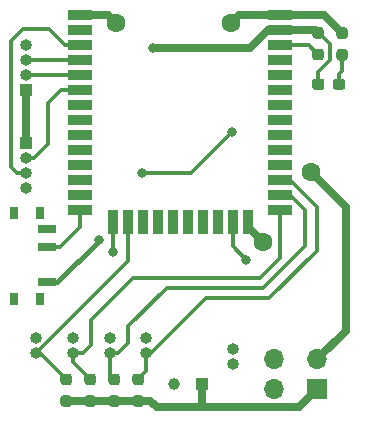
<source format=gbr>
%TF.GenerationSoftware,KiCad,Pcbnew,(5.1.9)-1*%
%TF.CreationDate,2021-12-28T23:28:00-05:00*%
%TF.ProjectId,vr15,76723135-2e6b-4696-9361-645f70636258,rev?*%
%TF.SameCoordinates,Original*%
%TF.FileFunction,Copper,L2,Bot*%
%TF.FilePolarity,Positive*%
%FSLAX46Y46*%
G04 Gerber Fmt 4.6, Leading zero omitted, Abs format (unit mm)*
G04 Created by KiCad (PCBNEW (5.1.9)-1) date 2021-12-28 23:28:00*
%MOMM*%
%LPD*%
G01*
G04 APERTURE LIST*
%TA.AperFunction,ComponentPad*%
%ADD10O,1.000000X1.000000*%
%TD*%
%TA.AperFunction,ComponentPad*%
%ADD11R,1.000000X1.000000*%
%TD*%
%TA.AperFunction,SMDPad,CuDef*%
%ADD12R,0.800000X1.000000*%
%TD*%
%TA.AperFunction,SMDPad,CuDef*%
%ADD13R,1.500000X0.700000*%
%TD*%
%TA.AperFunction,ComponentPad*%
%ADD14C,1.000000*%
%TD*%
%TA.AperFunction,ComponentPad*%
%ADD15O,1.700000X1.700000*%
%TD*%
%TA.AperFunction,SMDPad,CuDef*%
%ADD16R,2.000000X0.900000*%
%TD*%
%TA.AperFunction,SMDPad,CuDef*%
%ADD17R,0.900000X2.000000*%
%TD*%
%TA.AperFunction,ComponentPad*%
%ADD18R,1.700000X1.700000*%
%TD*%
%TA.AperFunction,ViaPad*%
%ADD19C,1.600000*%
%TD*%
%TA.AperFunction,ViaPad*%
%ADD20C,0.800000*%
%TD*%
%TA.AperFunction,Conductor*%
%ADD21C,0.635000*%
%TD*%
%TA.AperFunction,Conductor*%
%ADD22C,0.457200*%
%TD*%
%TA.AperFunction,Conductor*%
%ADD23C,0.203200*%
%TD*%
%TA.AperFunction,Conductor*%
%ADD24C,0.304800*%
%TD*%
G04 APERTURE END LIST*
D10*
%TO.P,J107,4*%
%TO.N,+3V3*%
X89027000Y-88138000D03*
%TO.P,J107,3*%
%TO.N,TXD0*%
X89027000Y-89408000D03*
%TO.P,J107,2*%
%TO.N,RXD0*%
X89027000Y-90678000D03*
D11*
%TO.P,J107,1*%
%TO.N,GND*%
X89027000Y-91948000D03*
%TD*%
D12*
%TO.P,SW101,*%
%TO.N,*%
X90213400Y-109618800D03*
X90213400Y-102318800D03*
X88003400Y-102318800D03*
X88003400Y-109618800D03*
D13*
%TO.P,SW101,3*%
%TO.N,N/C*%
X90863400Y-103718800D03*
%TO.P,SW101,2*%
%TO.N,IO0*%
X90863400Y-105218800D03*
%TO.P,SW101,1*%
%TO.N,GND*%
X90863400Y-108218800D03*
%TD*%
D11*
%TO.P,TP2,1*%
%TO.N,GND*%
X104000000Y-116840000D03*
%TD*%
D14*
%TO.P,TP1,1*%
%TO.N,+3V3*%
X101600000Y-116840000D03*
%TD*%
%TO.P,D2,2*%
%TO.N,+3V3*%
%TA.AperFunction,SMDPad,CuDef*%
G36*
G01*
X114331000Y-91202500D02*
X114331000Y-91677500D01*
G75*
G02*
X114093500Y-91915000I-237500J0D01*
G01*
X113518500Y-91915000D01*
G75*
G02*
X113281000Y-91677500I0J237500D01*
G01*
X113281000Y-91202500D01*
G75*
G02*
X113518500Y-90965000I237500J0D01*
G01*
X114093500Y-90965000D01*
G75*
G02*
X114331000Y-91202500I0J-237500D01*
G01*
G37*
%TD.AperFunction*%
%TO.P,D2,1*%
%TO.N,Net-(D2-Pad1)*%
%TA.AperFunction,SMDPad,CuDef*%
G36*
G01*
X116081000Y-91202500D02*
X116081000Y-91677500D01*
G75*
G02*
X115843500Y-91915000I-237500J0D01*
G01*
X115268500Y-91915000D01*
G75*
G02*
X115031000Y-91677500I0J237500D01*
G01*
X115031000Y-91202500D01*
G75*
G02*
X115268500Y-90965000I237500J0D01*
G01*
X115843500Y-90965000D01*
G75*
G02*
X116081000Y-91202500I0J-237500D01*
G01*
G37*
%TD.AperFunction*%
%TD*%
D15*
%TO.P,J101,2*%
%TO.N,Net-(D101-Pad2)*%
X110045500Y-114744500D03*
%TO.P,J101,1*%
%TO.N,+12V*%
X110045500Y-117284500D03*
%TD*%
D10*
%TO.P,J102,2*%
%TO.N,Net-(D102-Pad2)*%
X106616500Y-115125500D03*
%TO.P,J102,1*%
%TO.N,+12V*%
X106616500Y-113855500D03*
%TD*%
%TO.P,J106,2*%
%TO.N,sw_bolt*%
X99250500Y-114236500D03*
%TO.P,J106,1*%
%TO.N,+3V3*%
X99250500Y-112966500D03*
%TD*%
%TO.P,J105,2*%
%TO.N,sw_mag*%
X96139000Y-114236500D03*
%TO.P,J105,1*%
%TO.N,+3V3*%
X96139000Y-112966500D03*
%TD*%
%TO.P,J104,2*%
%TO.N,sw_selector*%
X93027500Y-114236500D03*
%TO.P,J104,1*%
%TO.N,+3V3*%
X93027500Y-112966500D03*
%TD*%
%TO.P,J103,2*%
%TO.N,sw_fire*%
X89916000Y-114236500D03*
%TO.P,J103,1*%
%TO.N,+3V3*%
X89916000Y-112966500D03*
%TD*%
D16*
%TO.P,U2,38*%
%TO.N,GND*%
X93608000Y-85598000D03*
%TO.P,U2,37*%
%TO.N,N/C*%
X93608000Y-86868000D03*
%TO.P,U2,36*%
%TO.N,SCL*%
X93608000Y-88138000D03*
%TO.P,U2,35*%
%TO.N,TXD0*%
X93608000Y-89408000D03*
%TO.P,U2,34*%
%TO.N,RXD0*%
X93608000Y-90678000D03*
%TO.P,U2,33*%
%TO.N,SDA*%
X93608000Y-91948000D03*
%TO.P,U2,32*%
%TO.N,N/C*%
X93608000Y-93218000D03*
%TO.P,U2,31*%
X93608000Y-94488000D03*
%TO.P,U2,30*%
X93608000Y-95758000D03*
%TO.P,U2,29*%
X93608000Y-97028000D03*
%TO.P,U2,28*%
X93608000Y-98298000D03*
%TO.P,U2,27*%
X93608000Y-99568000D03*
%TO.P,U2,26*%
X93608000Y-100838000D03*
%TO.P,U2,25*%
%TO.N,IO0*%
X93608000Y-102108000D03*
D17*
%TO.P,U2,24*%
%TO.N,bolt_catch*%
X96393000Y-103108000D03*
%TO.P,U2,23*%
%TO.N,sw_fire*%
X97663000Y-103108000D03*
%TO.P,U2,22*%
%TO.N,N/C*%
X98933000Y-103108000D03*
%TO.P,U2,21*%
X100203000Y-103108000D03*
%TO.P,U2,20*%
X101473000Y-103108000D03*
%TO.P,U2,19*%
X102743000Y-103108000D03*
%TO.P,U2,18*%
X104013000Y-103108000D03*
%TO.P,U2,17*%
X105283000Y-103108000D03*
%TO.P,U2,16*%
%TO.N,valve*%
X106553000Y-103108000D03*
%TO.P,U2,15*%
%TO.N,GND*%
X107823000Y-103108000D03*
D16*
%TO.P,U2,14*%
%TO.N,sw_selector*%
X110608000Y-102108000D03*
%TO.P,U2,13*%
%TO.N,sw_mag*%
X110608000Y-100838000D03*
%TO.P,U2,12*%
%TO.N,sw_bolt*%
X110608000Y-99568000D03*
%TO.P,U2,11*%
%TO.N,N/C*%
X110608000Y-98298000D03*
%TO.P,U2,10*%
X110608000Y-97028000D03*
%TO.P,U2,9*%
X110608000Y-95758000D03*
%TO.P,U2,8*%
X110608000Y-94488000D03*
%TO.P,U2,7*%
X110608000Y-93218000D03*
%TO.P,U2,6*%
X110608000Y-91948000D03*
%TO.P,U2,5*%
X110608000Y-90678000D03*
%TO.P,U2,4*%
X110608000Y-89408000D03*
%TO.P,U2,3*%
%TO.N,Net-(R102-Pad2)*%
X110608000Y-88138000D03*
%TO.P,U2,2*%
%TO.N,+3V3*%
X110608000Y-86868000D03*
%TO.P,U2,1*%
%TO.N,GND*%
X110608000Y-85598000D03*
%TD*%
%TO.P,R101,2*%
%TO.N,GND*%
%TA.AperFunction,SMDPad,CuDef*%
G36*
G01*
X116061500Y-87609500D02*
X115586500Y-87609500D01*
G75*
G02*
X115349000Y-87372000I0J237500D01*
G01*
X115349000Y-86872000D01*
G75*
G02*
X115586500Y-86634500I237500J0D01*
G01*
X116061500Y-86634500D01*
G75*
G02*
X116299000Y-86872000I0J-237500D01*
G01*
X116299000Y-87372000D01*
G75*
G02*
X116061500Y-87609500I-237500J0D01*
G01*
G37*
%TD.AperFunction*%
%TO.P,R101,1*%
%TO.N,Net-(D2-Pad1)*%
%TA.AperFunction,SMDPad,CuDef*%
G36*
G01*
X116061500Y-89434500D02*
X115586500Y-89434500D01*
G75*
G02*
X115349000Y-89197000I0J237500D01*
G01*
X115349000Y-88697000D01*
G75*
G02*
X115586500Y-88459500I237500J0D01*
G01*
X116061500Y-88459500D01*
G75*
G02*
X116299000Y-88697000I0J-237500D01*
G01*
X116299000Y-89197000D01*
G75*
G02*
X116061500Y-89434500I-237500J0D01*
G01*
G37*
%TD.AperFunction*%
%TD*%
D15*
%TO.P,J1,2*%
%TO.N,+12V*%
X113728500Y-114744500D03*
D18*
%TO.P,J1,1*%
%TO.N,GND*%
X113728500Y-117284500D03*
%TD*%
%TO.P,R110,2*%
%TO.N,GND*%
%TA.AperFunction,SMDPad,CuDef*%
G36*
G01*
X98314500Y-117773000D02*
X98789500Y-117773000D01*
G75*
G02*
X99027000Y-118010500I0J-237500D01*
G01*
X99027000Y-118510500D01*
G75*
G02*
X98789500Y-118748000I-237500J0D01*
G01*
X98314500Y-118748000D01*
G75*
G02*
X98077000Y-118510500I0J237500D01*
G01*
X98077000Y-118010500D01*
G75*
G02*
X98314500Y-117773000I237500J0D01*
G01*
G37*
%TD.AperFunction*%
%TO.P,R110,1*%
%TO.N,sw_bolt*%
%TA.AperFunction,SMDPad,CuDef*%
G36*
G01*
X98314500Y-115948000D02*
X98789500Y-115948000D01*
G75*
G02*
X99027000Y-116185500I0J-237500D01*
G01*
X99027000Y-116685500D01*
G75*
G02*
X98789500Y-116923000I-237500J0D01*
G01*
X98314500Y-116923000D01*
G75*
G02*
X98077000Y-116685500I0J237500D01*
G01*
X98077000Y-116185500D01*
G75*
G02*
X98314500Y-115948000I237500J0D01*
G01*
G37*
%TD.AperFunction*%
%TD*%
D10*
%TO.P,J108,4*%
%TO.N,+3V3*%
X89027000Y-100203000D03*
%TO.P,J108,3*%
%TO.N,SCL*%
X89027000Y-98933000D03*
%TO.P,J108,2*%
%TO.N,SDA*%
X89027000Y-97663000D03*
D11*
%TO.P,J108,1*%
%TO.N,GND*%
X89027000Y-96393000D03*
%TD*%
%TO.P,R107,2*%
%TO.N,GND*%
%TA.AperFunction,SMDPad,CuDef*%
G36*
G01*
X96282500Y-117773000D02*
X96757500Y-117773000D01*
G75*
G02*
X96995000Y-118010500I0J-237500D01*
G01*
X96995000Y-118510500D01*
G75*
G02*
X96757500Y-118748000I-237500J0D01*
G01*
X96282500Y-118748000D01*
G75*
G02*
X96045000Y-118510500I0J237500D01*
G01*
X96045000Y-118010500D01*
G75*
G02*
X96282500Y-117773000I237500J0D01*
G01*
G37*
%TD.AperFunction*%
%TO.P,R107,1*%
%TO.N,sw_mag*%
%TA.AperFunction,SMDPad,CuDef*%
G36*
G01*
X96282500Y-115948000D02*
X96757500Y-115948000D01*
G75*
G02*
X96995000Y-116185500I0J-237500D01*
G01*
X96995000Y-116685500D01*
G75*
G02*
X96757500Y-116923000I-237500J0D01*
G01*
X96282500Y-116923000D01*
G75*
G02*
X96045000Y-116685500I0J237500D01*
G01*
X96045000Y-116185500D01*
G75*
G02*
X96282500Y-115948000I237500J0D01*
G01*
G37*
%TD.AperFunction*%
%TD*%
%TO.P,R106,2*%
%TO.N,GND*%
%TA.AperFunction,SMDPad,CuDef*%
G36*
G01*
X94250500Y-117773000D02*
X94725500Y-117773000D01*
G75*
G02*
X94963000Y-118010500I0J-237500D01*
G01*
X94963000Y-118510500D01*
G75*
G02*
X94725500Y-118748000I-237500J0D01*
G01*
X94250500Y-118748000D01*
G75*
G02*
X94013000Y-118510500I0J237500D01*
G01*
X94013000Y-118010500D01*
G75*
G02*
X94250500Y-117773000I237500J0D01*
G01*
G37*
%TD.AperFunction*%
%TO.P,R106,1*%
%TO.N,sw_selector*%
%TA.AperFunction,SMDPad,CuDef*%
G36*
G01*
X94250500Y-115948000D02*
X94725500Y-115948000D01*
G75*
G02*
X94963000Y-116185500I0J-237500D01*
G01*
X94963000Y-116685500D01*
G75*
G02*
X94725500Y-116923000I-237500J0D01*
G01*
X94250500Y-116923000D01*
G75*
G02*
X94013000Y-116685500I0J237500D01*
G01*
X94013000Y-116185500D01*
G75*
G02*
X94250500Y-115948000I237500J0D01*
G01*
G37*
%TD.AperFunction*%
%TD*%
%TO.P,R103,2*%
%TO.N,GND*%
%TA.AperFunction,SMDPad,CuDef*%
G36*
G01*
X92218500Y-117773000D02*
X92693500Y-117773000D01*
G75*
G02*
X92931000Y-118010500I0J-237500D01*
G01*
X92931000Y-118510500D01*
G75*
G02*
X92693500Y-118748000I-237500J0D01*
G01*
X92218500Y-118748000D01*
G75*
G02*
X91981000Y-118510500I0J237500D01*
G01*
X91981000Y-118010500D01*
G75*
G02*
X92218500Y-117773000I237500J0D01*
G01*
G37*
%TD.AperFunction*%
%TO.P,R103,1*%
%TO.N,sw_fire*%
%TA.AperFunction,SMDPad,CuDef*%
G36*
G01*
X92218500Y-115948000D02*
X92693500Y-115948000D01*
G75*
G02*
X92931000Y-116185500I0J-237500D01*
G01*
X92931000Y-116685500D01*
G75*
G02*
X92693500Y-116923000I-237500J0D01*
G01*
X92218500Y-116923000D01*
G75*
G02*
X91981000Y-116685500I0J237500D01*
G01*
X91981000Y-116185500D01*
G75*
G02*
X92218500Y-115948000I237500J0D01*
G01*
G37*
%TD.AperFunction*%
%TD*%
%TO.P,R102,2*%
%TO.N,Net-(R102-Pad2)*%
%TA.AperFunction,SMDPad,CuDef*%
G36*
G01*
X113554500Y-88436000D02*
X114029500Y-88436000D01*
G75*
G02*
X114267000Y-88673500I0J-237500D01*
G01*
X114267000Y-89173500D01*
G75*
G02*
X114029500Y-89411000I-237500J0D01*
G01*
X113554500Y-89411000D01*
G75*
G02*
X113317000Y-89173500I0J237500D01*
G01*
X113317000Y-88673500D01*
G75*
G02*
X113554500Y-88436000I237500J0D01*
G01*
G37*
%TD.AperFunction*%
%TO.P,R102,1*%
%TO.N,+3V3*%
%TA.AperFunction,SMDPad,CuDef*%
G36*
G01*
X113554500Y-86611000D02*
X114029500Y-86611000D01*
G75*
G02*
X114267000Y-86848500I0J-237500D01*
G01*
X114267000Y-87348500D01*
G75*
G02*
X114029500Y-87586000I-237500J0D01*
G01*
X113554500Y-87586000D01*
G75*
G02*
X113317000Y-87348500I0J237500D01*
G01*
X113317000Y-86848500D01*
G75*
G02*
X113554500Y-86611000I237500J0D01*
G01*
G37*
%TD.AperFunction*%
%TD*%
D19*
%TO.N,GND*%
X109093000Y-104838500D03*
X96647000Y-86232996D03*
X106426000Y-86296500D03*
D20*
X95224600Y-104648000D03*
%TO.N,+3V3*%
X99822000Y-88392000D03*
D19*
%TO.N,+12V*%
X113194008Y-98906500D03*
D20*
%TO.N,Net-(R5-Pad2)*%
X98869500Y-98933000D03*
X106489500Y-95503994D03*
%TO.N,bolt_catch*%
X96393000Y-105664000D03*
%TO.N,valve*%
X107696000Y-106299002D03*
%TD*%
D21*
%TO.N,GND*%
X114300000Y-85598000D02*
X115824000Y-87122000D01*
X110608000Y-85598000D02*
X114300000Y-85598000D01*
X107823000Y-103568500D02*
X109093000Y-104838500D01*
X107823000Y-103108000D02*
X107823000Y-103568500D01*
X93608000Y-85598000D02*
X96012004Y-85598000D01*
X96012004Y-85598000D02*
X96647000Y-86232996D01*
X110608000Y-85598000D02*
X107124500Y-85598000D01*
X107124500Y-85598000D02*
X106426000Y-86296500D01*
X89027000Y-91948000D02*
X89027000Y-96393000D01*
D22*
X95224600Y-104673400D02*
X95224600Y-104648000D01*
X91679200Y-108218800D02*
X95224600Y-104673400D01*
X90863400Y-108218800D02*
X91679200Y-108218800D01*
D21*
X113728500Y-117284500D02*
X112204500Y-118808500D01*
X100116000Y-118808500D02*
X99568000Y-118260500D01*
X112204500Y-118808500D02*
X107251500Y-118808500D01*
X107251500Y-118808500D02*
X106870500Y-118808500D01*
X99568000Y-118260500D02*
X97536000Y-118260500D01*
X97536000Y-118260500D02*
X94488000Y-118260500D01*
X94488000Y-118260500D02*
X92456000Y-118260500D01*
X104000000Y-118732000D02*
X104076500Y-118808500D01*
X104000000Y-116840000D02*
X104000000Y-118732000D01*
X104076500Y-118808500D02*
X100116000Y-118808500D01*
X107251500Y-118808500D02*
X104076500Y-118808500D01*
%TO.N,+3V3*%
X113561500Y-86868000D02*
X113792000Y-87098500D01*
X110608000Y-86868000D02*
X113561500Y-86868000D01*
D23*
X113792000Y-87098500D02*
X113895500Y-87098500D01*
D24*
X113895500Y-87098500D02*
X114808000Y-88011000D01*
X114808000Y-88011000D02*
X114808000Y-89408000D01*
X113806000Y-90410000D02*
X113806000Y-91440000D01*
X114808000Y-89408000D02*
X113806000Y-90410000D01*
D21*
X99822000Y-88392000D02*
X108061002Y-88392000D01*
X108061002Y-88392000D02*
X109585002Y-86868000D01*
X109585002Y-86868000D02*
X110608000Y-86868000D01*
D24*
%TO.N,IO0*%
X92885118Y-102108000D02*
X93608000Y-102108000D01*
X93608000Y-103529000D02*
X93608000Y-102108000D01*
X91918200Y-105218800D02*
X93608000Y-103529000D01*
X90863400Y-105218800D02*
X91918200Y-105218800D01*
%TO.N,RXD0*%
X93608000Y-90678000D02*
X89027000Y-90678000D01*
%TO.N,TXD0*%
X93608000Y-89408000D02*
X89027000Y-89408000D01*
D21*
%TO.N,+12V*%
X116141500Y-101853992D02*
X113194008Y-98906500D01*
X116141500Y-112331500D02*
X116141500Y-101853992D01*
X113728500Y-114744500D02*
X116141500Y-112331500D01*
D24*
%TO.N,SDA*%
X90932000Y-93027500D02*
X90932000Y-96465106D01*
X92011500Y-91948000D02*
X90932000Y-93027500D01*
X89734106Y-97663000D02*
X89027000Y-97663000D01*
X90932000Y-96465106D02*
X89734106Y-97663000D01*
X93608000Y-91948000D02*
X92011500Y-91948000D01*
%TO.N,SCL*%
X87757000Y-98425000D02*
X88265000Y-98933000D01*
X87757000Y-87757000D02*
X87757000Y-98425000D01*
X91007800Y-86741000D02*
X88773000Y-86741000D01*
X88265000Y-98933000D02*
X89027000Y-98933000D01*
X88773000Y-86741000D02*
X87757000Y-87757000D01*
X92404800Y-88138000D02*
X91007800Y-86741000D01*
X93608000Y-88138000D02*
X92404800Y-88138000D01*
%TO.N,Net-(R5-Pad2)*%
X98869500Y-98933000D02*
X103060494Y-98933000D01*
X103060494Y-98933000D02*
X106489500Y-95503994D01*
%TO.N,Net-(D2-Pad1)*%
X115556000Y-91440000D02*
X115556000Y-90565000D01*
X115824000Y-90297000D02*
X115824000Y-88947000D01*
X115556000Y-90565000D02*
X115824000Y-90297000D01*
%TO.N,bolt_catch*%
X96393000Y-103108000D02*
X96393000Y-105664000D01*
%TO.N,valve*%
X106553000Y-103108000D02*
X106553000Y-105156002D01*
X106553000Y-105156002D02*
X107696000Y-106299002D01*
%TO.N,sw_fire*%
X97663000Y-106426000D02*
X97663000Y-103108000D01*
X89916000Y-114173000D02*
X97663000Y-106426000D01*
X89916000Y-114236500D02*
X89916000Y-114173000D01*
X90257000Y-114236500D02*
X92456000Y-116435500D01*
X89916000Y-114236500D02*
X90257000Y-114236500D01*
%TO.N,sw_selector*%
X93027500Y-114975000D02*
X94488000Y-116435500D01*
X93027500Y-114236500D02*
X93027500Y-114975000D01*
X110608000Y-106117500D02*
X110608000Y-102108000D01*
X98107500Y-107886500D02*
X108839000Y-107886500D01*
X94551500Y-111442500D02*
X98107500Y-107886500D01*
X94551500Y-113538000D02*
X94551500Y-111442500D01*
X108839000Y-107886500D02*
X110608000Y-106117500D01*
X93853000Y-114236500D02*
X94551500Y-113538000D01*
X93027500Y-114236500D02*
X93853000Y-114236500D01*
%TO.N,sw_mag*%
X96139000Y-116054500D02*
X96520000Y-116435500D01*
X96139000Y-114236500D02*
X96139000Y-116054500D01*
X111422322Y-100838000D02*
X110608000Y-100838000D01*
X112712500Y-102128178D02*
X111422322Y-100838000D01*
X112712500Y-105156000D02*
X112712500Y-102128178D01*
X109156500Y-108712000D02*
X112712500Y-105156000D01*
X100965000Y-108712000D02*
X109156500Y-108712000D01*
X97726500Y-111950500D02*
X100965000Y-108712000D01*
X97726500Y-113347500D02*
X97726500Y-111950500D01*
X96837500Y-114236500D02*
X97726500Y-113347500D01*
X96139000Y-114236500D02*
X96837500Y-114236500D01*
%TO.N,sw_bolt*%
X99250500Y-115737000D02*
X98552000Y-116435500D01*
X99250500Y-114236500D02*
X99250500Y-115737000D01*
X113665000Y-101810678D02*
X111422322Y-99568000D01*
X113665000Y-105537000D02*
X113665000Y-101810678D01*
X109664500Y-109537500D02*
X113665000Y-105537000D01*
X104330500Y-109537500D02*
X109664500Y-109537500D01*
X99631500Y-114236500D02*
X104330500Y-109537500D01*
X111422322Y-99568000D02*
X110608000Y-99568000D01*
X99250500Y-114236500D02*
X99631500Y-114236500D01*
%TO.N,Net-(R102-Pad2)*%
X113006500Y-88138000D02*
X113792000Y-88923500D01*
X110608000Y-88138000D02*
X113006500Y-88138000D01*
%TD*%
M02*

</source>
